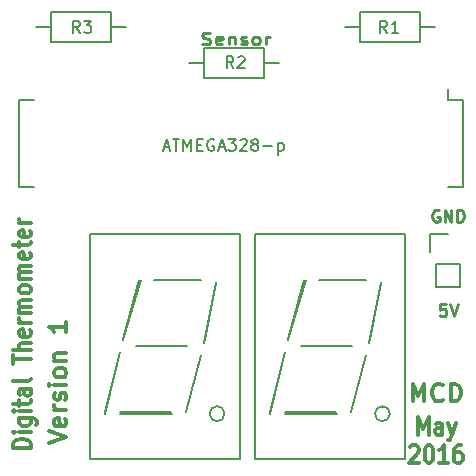
<source format=gbr>
G04 #@! TF.FileFunction,Legend,Top*
%FSLAX46Y46*%
G04 Gerber Fmt 4.6, Leading zero omitted, Abs format (unit mm)*
G04 Created by KiCad (PCBNEW 4.0.2-stable) date 2016-05-12 12:07:21 AM*
%MOMM*%
G01*
G04 APERTURE LIST*
%ADD10C,0.100000*%
%ADD11C,0.250000*%
%ADD12C,0.300000*%
%ADD13C,0.150000*%
G04 APERTURE END LIST*
D10*
D11*
X164809524Y-119452381D02*
X164333333Y-119452381D01*
X164285714Y-119928571D01*
X164333333Y-119880952D01*
X164428571Y-119833333D01*
X164666667Y-119833333D01*
X164761905Y-119880952D01*
X164809524Y-119928571D01*
X164857143Y-120023810D01*
X164857143Y-120261905D01*
X164809524Y-120357143D01*
X164761905Y-120404762D01*
X164666667Y-120452381D01*
X164428571Y-120452381D01*
X164333333Y-120404762D01*
X164285714Y-120357143D01*
X165142857Y-119452381D02*
X165476190Y-120452381D01*
X165809524Y-119452381D01*
X164238096Y-111500000D02*
X164142858Y-111452381D01*
X164000001Y-111452381D01*
X163857143Y-111500000D01*
X163761905Y-111595238D01*
X163714286Y-111690476D01*
X163666667Y-111880952D01*
X163666667Y-112023810D01*
X163714286Y-112214286D01*
X163761905Y-112309524D01*
X163857143Y-112404762D01*
X164000001Y-112452381D01*
X164095239Y-112452381D01*
X164238096Y-112404762D01*
X164285715Y-112357143D01*
X164285715Y-112023810D01*
X164095239Y-112023810D01*
X164714286Y-112452381D02*
X164714286Y-111452381D01*
X165285715Y-112452381D01*
X165285715Y-111452381D01*
X165761905Y-112452381D02*
X165761905Y-111452381D01*
X166000000Y-111452381D01*
X166142858Y-111500000D01*
X166238096Y-111595238D01*
X166285715Y-111690476D01*
X166333334Y-111880952D01*
X166333334Y-112023810D01*
X166285715Y-112214286D01*
X166238096Y-112309524D01*
X166142858Y-112404762D01*
X166000000Y-112452381D01*
X165761905Y-112452381D01*
D12*
X162483334Y-130478571D02*
X162483334Y-128978571D01*
X162916667Y-130050000D01*
X163350000Y-128978571D01*
X163350000Y-130478571D01*
X164526191Y-130478571D02*
X164526191Y-129692857D01*
X164464286Y-129550000D01*
X164340476Y-129478571D01*
X164092857Y-129478571D01*
X163969048Y-129550000D01*
X164526191Y-130407143D02*
X164402381Y-130478571D01*
X164092857Y-130478571D01*
X163969048Y-130407143D01*
X163907143Y-130264286D01*
X163907143Y-130121429D01*
X163969048Y-129978571D01*
X164092857Y-129907143D01*
X164402381Y-129907143D01*
X164526191Y-129835714D01*
X165021428Y-129478571D02*
X165330952Y-130478571D01*
X165640476Y-129478571D02*
X165330952Y-130478571D01*
X165207143Y-130835714D01*
X165145238Y-130907143D01*
X165021428Y-130978571D01*
X161771429Y-131521429D02*
X161833334Y-131450000D01*
X161957143Y-131378571D01*
X162266667Y-131378571D01*
X162390477Y-131450000D01*
X162452381Y-131521429D01*
X162514286Y-131664286D01*
X162514286Y-131807143D01*
X162452381Y-132021429D01*
X161709524Y-132878571D01*
X162514286Y-132878571D01*
X163319048Y-131378571D02*
X163442857Y-131378571D01*
X163566667Y-131450000D01*
X163628572Y-131521429D01*
X163690476Y-131664286D01*
X163752381Y-131950000D01*
X163752381Y-132307143D01*
X163690476Y-132592857D01*
X163628572Y-132735714D01*
X163566667Y-132807143D01*
X163442857Y-132878571D01*
X163319048Y-132878571D01*
X163195238Y-132807143D01*
X163133334Y-132735714D01*
X163071429Y-132592857D01*
X163009524Y-132307143D01*
X163009524Y-131950000D01*
X163071429Y-131664286D01*
X163133334Y-131521429D01*
X163195238Y-131450000D01*
X163319048Y-131378571D01*
X164990476Y-132878571D02*
X164247619Y-132878571D01*
X164619048Y-132878571D02*
X164619048Y-131378571D01*
X164495238Y-131592857D01*
X164371429Y-131735714D01*
X164247619Y-131807143D01*
X166104762Y-131378571D02*
X165857143Y-131378571D01*
X165733333Y-131450000D01*
X165671428Y-131521429D01*
X165547619Y-131735714D01*
X165485714Y-132021429D01*
X165485714Y-132592857D01*
X165547619Y-132735714D01*
X165609524Y-132807143D01*
X165733333Y-132878571D01*
X165980952Y-132878571D01*
X166104762Y-132807143D01*
X166166666Y-132735714D01*
X166228571Y-132592857D01*
X166228571Y-132235714D01*
X166166666Y-132092857D01*
X166104762Y-132021429D01*
X165980952Y-131950000D01*
X165733333Y-131950000D01*
X165609524Y-132021429D01*
X165547619Y-132092857D01*
X165485714Y-132235714D01*
X162000000Y-127678571D02*
X162000000Y-126178571D01*
X162500000Y-127250000D01*
X163000000Y-126178571D01*
X163000000Y-127678571D01*
X164571429Y-127535714D02*
X164500000Y-127607143D01*
X164285714Y-127678571D01*
X164142857Y-127678571D01*
X163928572Y-127607143D01*
X163785714Y-127464286D01*
X163714286Y-127321429D01*
X163642857Y-127035714D01*
X163642857Y-126821429D01*
X163714286Y-126535714D01*
X163785714Y-126392857D01*
X163928572Y-126250000D01*
X164142857Y-126178571D01*
X164285714Y-126178571D01*
X164500000Y-126250000D01*
X164571429Y-126321429D01*
X165214286Y-127678571D02*
X165214286Y-126178571D01*
X165571429Y-126178571D01*
X165785714Y-126250000D01*
X165928572Y-126392857D01*
X166000000Y-126535714D01*
X166071429Y-126821429D01*
X166071429Y-127035714D01*
X166000000Y-127321429D01*
X165928572Y-127464286D01*
X165785714Y-127607143D01*
X165571429Y-127678571D01*
X165214286Y-127678571D01*
X131178571Y-131214285D02*
X132678571Y-130714285D01*
X131178571Y-130214285D01*
X132607143Y-129142857D02*
X132678571Y-129285714D01*
X132678571Y-129571428D01*
X132607143Y-129714285D01*
X132464286Y-129785714D01*
X131892857Y-129785714D01*
X131750000Y-129714285D01*
X131678571Y-129571428D01*
X131678571Y-129285714D01*
X131750000Y-129142857D01*
X131892857Y-129071428D01*
X132035714Y-129071428D01*
X132178571Y-129785714D01*
X132678571Y-128428571D02*
X131678571Y-128428571D01*
X131964286Y-128428571D02*
X131821429Y-128357143D01*
X131750000Y-128285714D01*
X131678571Y-128142857D01*
X131678571Y-128000000D01*
X132607143Y-127571429D02*
X132678571Y-127428572D01*
X132678571Y-127142857D01*
X132607143Y-127000000D01*
X132464286Y-126928572D01*
X132392857Y-126928572D01*
X132250000Y-127000000D01*
X132178571Y-127142857D01*
X132178571Y-127357143D01*
X132107143Y-127500000D01*
X131964286Y-127571429D01*
X131892857Y-127571429D01*
X131750000Y-127500000D01*
X131678571Y-127357143D01*
X131678571Y-127142857D01*
X131750000Y-127000000D01*
X132678571Y-126285714D02*
X131678571Y-126285714D01*
X131178571Y-126285714D02*
X131250000Y-126357143D01*
X131321429Y-126285714D01*
X131250000Y-126214286D01*
X131178571Y-126285714D01*
X131321429Y-126285714D01*
X132678571Y-125357142D02*
X132607143Y-125500000D01*
X132535714Y-125571428D01*
X132392857Y-125642857D01*
X131964286Y-125642857D01*
X131821429Y-125571428D01*
X131750000Y-125500000D01*
X131678571Y-125357142D01*
X131678571Y-125142857D01*
X131750000Y-125000000D01*
X131821429Y-124928571D01*
X131964286Y-124857142D01*
X132392857Y-124857142D01*
X132535714Y-124928571D01*
X132607143Y-125000000D01*
X132678571Y-125142857D01*
X132678571Y-125357142D01*
X131678571Y-124214285D02*
X132678571Y-124214285D01*
X131821429Y-124214285D02*
X131750000Y-124142857D01*
X131678571Y-123999999D01*
X131678571Y-123785714D01*
X131750000Y-123642857D01*
X131892857Y-123571428D01*
X132678571Y-123571428D01*
X132678571Y-120928571D02*
X132678571Y-121785714D01*
X132678571Y-121357142D02*
X131178571Y-121357142D01*
X131392857Y-121499999D01*
X131535714Y-121642857D01*
X131607143Y-121785714D01*
X129678571Y-131595237D02*
X128178571Y-131595237D01*
X128178571Y-131285713D01*
X128250000Y-131099999D01*
X128392857Y-130976190D01*
X128535714Y-130914285D01*
X128821429Y-130852380D01*
X129035714Y-130852380D01*
X129321429Y-130914285D01*
X129464286Y-130976190D01*
X129607143Y-131099999D01*
X129678571Y-131285713D01*
X129678571Y-131595237D01*
X129678571Y-130295237D02*
X128678571Y-130295237D01*
X128178571Y-130295237D02*
X128250000Y-130357142D01*
X128321429Y-130295237D01*
X128250000Y-130233332D01*
X128178571Y-130295237D01*
X128321429Y-130295237D01*
X128678571Y-129119046D02*
X129892857Y-129119046D01*
X130035714Y-129180951D01*
X130107143Y-129242856D01*
X130178571Y-129366665D01*
X130178571Y-129552380D01*
X130107143Y-129676189D01*
X129607143Y-129119046D02*
X129678571Y-129242856D01*
X129678571Y-129490475D01*
X129607143Y-129614284D01*
X129535714Y-129676189D01*
X129392857Y-129738094D01*
X128964286Y-129738094D01*
X128821429Y-129676189D01*
X128750000Y-129614284D01*
X128678571Y-129490475D01*
X128678571Y-129242856D01*
X128750000Y-129119046D01*
X129678571Y-128499999D02*
X128678571Y-128499999D01*
X128178571Y-128499999D02*
X128250000Y-128561904D01*
X128321429Y-128499999D01*
X128250000Y-128438094D01*
X128178571Y-128499999D01*
X128321429Y-128499999D01*
X128678571Y-128066665D02*
X128678571Y-127571427D01*
X128178571Y-127880951D02*
X129464286Y-127880951D01*
X129607143Y-127819046D01*
X129678571Y-127695237D01*
X129678571Y-127571427D01*
X129678571Y-126580951D02*
X128892857Y-126580951D01*
X128750000Y-126642856D01*
X128678571Y-126766666D01*
X128678571Y-127014285D01*
X128750000Y-127138094D01*
X129607143Y-126580951D02*
X129678571Y-126704761D01*
X129678571Y-127014285D01*
X129607143Y-127138094D01*
X129464286Y-127199999D01*
X129321429Y-127199999D01*
X129178571Y-127138094D01*
X129107143Y-127014285D01*
X129107143Y-126704761D01*
X129035714Y-126580951D01*
X129678571Y-125776190D02*
X129607143Y-125899999D01*
X129464286Y-125961904D01*
X128178571Y-125961904D01*
X128178571Y-124476190D02*
X128178571Y-123733333D01*
X129678571Y-124104762D02*
X128178571Y-124104762D01*
X129678571Y-123300000D02*
X128178571Y-123300000D01*
X129678571Y-122742857D02*
X128892857Y-122742857D01*
X128750000Y-122804762D01*
X128678571Y-122928572D01*
X128678571Y-123114286D01*
X128750000Y-123238095D01*
X128821429Y-123300000D01*
X129607143Y-121628572D02*
X129678571Y-121752382D01*
X129678571Y-122000001D01*
X129607143Y-122123810D01*
X129464286Y-122185715D01*
X128892857Y-122185715D01*
X128750000Y-122123810D01*
X128678571Y-122000001D01*
X128678571Y-121752382D01*
X128750000Y-121628572D01*
X128892857Y-121566667D01*
X129035714Y-121566667D01*
X129178571Y-122185715D01*
X129678571Y-121009524D02*
X128678571Y-121009524D01*
X128964286Y-121009524D02*
X128821429Y-120947619D01*
X128750000Y-120885715D01*
X128678571Y-120761905D01*
X128678571Y-120638096D01*
X129678571Y-120204762D02*
X128678571Y-120204762D01*
X128821429Y-120204762D02*
X128750000Y-120142857D01*
X128678571Y-120019048D01*
X128678571Y-119833334D01*
X128750000Y-119709524D01*
X128892857Y-119647619D01*
X129678571Y-119647619D01*
X128892857Y-119647619D02*
X128750000Y-119585715D01*
X128678571Y-119461905D01*
X128678571Y-119276191D01*
X128750000Y-119152381D01*
X128892857Y-119090476D01*
X129678571Y-119090476D01*
X129678571Y-118285715D02*
X129607143Y-118409524D01*
X129535714Y-118471429D01*
X129392857Y-118533334D01*
X128964286Y-118533334D01*
X128821429Y-118471429D01*
X128750000Y-118409524D01*
X128678571Y-118285715D01*
X128678571Y-118100001D01*
X128750000Y-117976191D01*
X128821429Y-117914286D01*
X128964286Y-117852382D01*
X129392857Y-117852382D01*
X129535714Y-117914286D01*
X129607143Y-117976191D01*
X129678571Y-118100001D01*
X129678571Y-118285715D01*
X129678571Y-117295239D02*
X128678571Y-117295239D01*
X128821429Y-117295239D02*
X128750000Y-117233334D01*
X128678571Y-117109525D01*
X128678571Y-116923811D01*
X128750000Y-116800001D01*
X128892857Y-116738096D01*
X129678571Y-116738096D01*
X128892857Y-116738096D02*
X128750000Y-116676192D01*
X128678571Y-116552382D01*
X128678571Y-116366668D01*
X128750000Y-116242858D01*
X128892857Y-116180953D01*
X129678571Y-116180953D01*
X129607143Y-115066668D02*
X129678571Y-115190478D01*
X129678571Y-115438097D01*
X129607143Y-115561906D01*
X129464286Y-115623811D01*
X128892857Y-115623811D01*
X128750000Y-115561906D01*
X128678571Y-115438097D01*
X128678571Y-115190478D01*
X128750000Y-115066668D01*
X128892857Y-115004763D01*
X129035714Y-115004763D01*
X129178571Y-115623811D01*
X128678571Y-114633334D02*
X128678571Y-114138096D01*
X128178571Y-114447620D02*
X129464286Y-114447620D01*
X129607143Y-114385715D01*
X129678571Y-114261906D01*
X129678571Y-114138096D01*
X129607143Y-113209525D02*
X129678571Y-113333335D01*
X129678571Y-113580954D01*
X129607143Y-113704763D01*
X129464286Y-113766668D01*
X128892857Y-113766668D01*
X128750000Y-113704763D01*
X128678571Y-113580954D01*
X128678571Y-113333335D01*
X128750000Y-113209525D01*
X128892857Y-113147620D01*
X129035714Y-113147620D01*
X129178571Y-113766668D01*
X129678571Y-112590477D02*
X128678571Y-112590477D01*
X128964286Y-112590477D02*
X128821429Y-112528572D01*
X128750000Y-112466668D01*
X128678571Y-112342858D01*
X128678571Y-112219049D01*
D11*
X144200000Y-97404762D02*
X144371429Y-97452381D01*
X144657143Y-97452381D01*
X144771429Y-97404762D01*
X144828572Y-97357143D01*
X144885715Y-97261905D01*
X144885715Y-97166667D01*
X144828572Y-97071429D01*
X144771429Y-97023810D01*
X144657143Y-96976190D01*
X144428572Y-96928571D01*
X144314286Y-96880952D01*
X144257143Y-96833333D01*
X144200000Y-96738095D01*
X144200000Y-96642857D01*
X144257143Y-96547619D01*
X144314286Y-96500000D01*
X144428572Y-96452381D01*
X144714286Y-96452381D01*
X144885715Y-96500000D01*
X145857143Y-97404762D02*
X145742857Y-97452381D01*
X145514286Y-97452381D01*
X145400000Y-97404762D01*
X145342857Y-97309524D01*
X145342857Y-96928571D01*
X145400000Y-96833333D01*
X145514286Y-96785714D01*
X145742857Y-96785714D01*
X145857143Y-96833333D01*
X145914286Y-96928571D01*
X145914286Y-97023810D01*
X145342857Y-97119048D01*
X146428571Y-96785714D02*
X146428571Y-97452381D01*
X146428571Y-96880952D02*
X146485714Y-96833333D01*
X146600000Y-96785714D01*
X146771428Y-96785714D01*
X146885714Y-96833333D01*
X146942857Y-96928571D01*
X146942857Y-97452381D01*
X147457142Y-97404762D02*
X147571428Y-97452381D01*
X147800000Y-97452381D01*
X147914285Y-97404762D01*
X147971428Y-97309524D01*
X147971428Y-97261905D01*
X147914285Y-97166667D01*
X147800000Y-97119048D01*
X147628571Y-97119048D01*
X147514285Y-97071429D01*
X147457142Y-96976190D01*
X147457142Y-96928571D01*
X147514285Y-96833333D01*
X147628571Y-96785714D01*
X147800000Y-96785714D01*
X147914285Y-96833333D01*
X148657143Y-97452381D02*
X148542857Y-97404762D01*
X148485714Y-97357143D01*
X148428571Y-97261905D01*
X148428571Y-96976190D01*
X148485714Y-96880952D01*
X148542857Y-96833333D01*
X148657143Y-96785714D01*
X148828571Y-96785714D01*
X148942857Y-96833333D01*
X149000000Y-96880952D01*
X149057143Y-96976190D01*
X149057143Y-97261905D01*
X149000000Y-97357143D01*
X148942857Y-97404762D01*
X148828571Y-97452381D01*
X148657143Y-97452381D01*
X149571428Y-97452381D02*
X149571428Y-96785714D01*
X149571428Y-96976190D02*
X149628571Y-96880952D01*
X149685714Y-96833333D01*
X149800000Y-96785714D01*
X149914285Y-96785714D01*
D13*
X164000000Y-116000000D02*
X166000000Y-116000000D01*
X166000000Y-116000000D02*
X166000000Y-118000000D01*
X166000000Y-118000000D02*
X164000000Y-118000000D01*
X164000000Y-118000000D02*
X164000000Y-116000000D01*
X163500000Y-115000000D02*
X163500000Y-113500000D01*
X163500000Y-113500000D02*
X165000000Y-113500000D01*
X158048000Y-123762000D02*
X156778000Y-128588000D01*
X151190000Y-128588000D02*
X155508000Y-128588000D01*
X151190000Y-123508000D02*
X149920000Y-128588000D01*
X152968000Y-117412000D02*
X151444000Y-122492000D01*
X154238000Y-117412000D02*
X158048000Y-117412000D01*
X152714000Y-123000000D02*
X156778000Y-123000000D01*
X159318000Y-117666000D02*
X158302000Y-122746000D01*
X160080000Y-128715000D02*
G75*
G03X160080000Y-128715000I-635000J0D01*
G01*
X151190000Y-128715000D02*
X155635000Y-128715000D01*
X149920000Y-113475000D02*
X148650000Y-113475000D01*
X148650000Y-113475000D02*
X148650000Y-132525000D01*
X148650000Y-132525000D02*
X149920000Y-132525000D01*
X160080000Y-132525000D02*
X161350000Y-132525000D01*
X161350000Y-132525000D02*
X161350000Y-113475000D01*
X161350000Y-113475000D02*
X160080000Y-113475000D01*
X149920000Y-132525000D02*
X160080000Y-132525000D01*
X160080000Y-113475000D02*
X149920000Y-113475000D01*
X152587000Y-123000000D02*
X156905000Y-123000000D01*
X158429000Y-122492000D02*
X159318000Y-117539000D01*
X154111000Y-117412000D02*
X158048000Y-117412000D01*
X151444000Y-122365000D02*
X152841000Y-117412000D01*
X151190000Y-123508000D02*
X149920000Y-128715000D01*
X144048000Y-123762000D02*
X142778000Y-128588000D01*
X137190000Y-128588000D02*
X141508000Y-128588000D01*
X137190000Y-123508000D02*
X135920000Y-128588000D01*
X138968000Y-117412000D02*
X137444000Y-122492000D01*
X140238000Y-117412000D02*
X144048000Y-117412000D01*
X138714000Y-123000000D02*
X142778000Y-123000000D01*
X145318000Y-117666000D02*
X144302000Y-122746000D01*
X146080000Y-128715000D02*
G75*
G03X146080000Y-128715000I-635000J0D01*
G01*
X137190000Y-128715000D02*
X141635000Y-128715000D01*
X135920000Y-113475000D02*
X134650000Y-113475000D01*
X134650000Y-113475000D02*
X134650000Y-132525000D01*
X134650000Y-132525000D02*
X135920000Y-132525000D01*
X146080000Y-132525000D02*
X147350000Y-132525000D01*
X147350000Y-132525000D02*
X147350000Y-113475000D01*
X147350000Y-113475000D02*
X146080000Y-113475000D01*
X135920000Y-132525000D02*
X146080000Y-132525000D01*
X146080000Y-113475000D02*
X135920000Y-113475000D01*
X138587000Y-123000000D02*
X142905000Y-123000000D01*
X144429000Y-122492000D02*
X145318000Y-117539000D01*
X140111000Y-117412000D02*
X144048000Y-117412000D01*
X137444000Y-122365000D02*
X138841000Y-117412000D01*
X137190000Y-123508000D02*
X135920000Y-128715000D01*
X166295000Y-102135000D02*
X165025000Y-102135000D01*
X166295000Y-109485000D02*
X165025000Y-109485000D01*
X128685000Y-109485000D02*
X129955000Y-109485000D01*
X128685000Y-102135000D02*
X129955000Y-102135000D01*
X166295000Y-102135000D02*
X166295000Y-109485000D01*
X128685000Y-102135000D02*
X128685000Y-109485000D01*
X165025000Y-102135000D02*
X165025000Y-101200000D01*
X157540000Y-94730000D02*
X162620000Y-94730000D01*
X162620000Y-94730000D02*
X162620000Y-97270000D01*
X162620000Y-97270000D02*
X157540000Y-97270000D01*
X157540000Y-97270000D02*
X157540000Y-94730000D01*
X157540000Y-96000000D02*
X156270000Y-96000000D01*
X162620000Y-96000000D02*
X163890000Y-96000000D01*
X149460000Y-100270000D02*
X144380000Y-100270000D01*
X144380000Y-100270000D02*
X144380000Y-97730000D01*
X144380000Y-97730000D02*
X149460000Y-97730000D01*
X149460000Y-97730000D02*
X149460000Y-100270000D01*
X149460000Y-99000000D02*
X150730000Y-99000000D01*
X144380000Y-99000000D02*
X143110000Y-99000000D01*
X136460000Y-97270000D02*
X131380000Y-97270000D01*
X131380000Y-97270000D02*
X131380000Y-94730000D01*
X131380000Y-94730000D02*
X136460000Y-94730000D01*
X136460000Y-94730000D02*
X136460000Y-97270000D01*
X136460000Y-96000000D02*
X137730000Y-96000000D01*
X131380000Y-96000000D02*
X130110000Y-96000000D01*
X140928571Y-106166667D02*
X141404762Y-106166667D01*
X140833333Y-106452381D02*
X141166666Y-105452381D01*
X141500000Y-106452381D01*
X141690476Y-105452381D02*
X142261905Y-105452381D01*
X141976190Y-106452381D02*
X141976190Y-105452381D01*
X142595238Y-106452381D02*
X142595238Y-105452381D01*
X142928572Y-106166667D01*
X143261905Y-105452381D01*
X143261905Y-106452381D01*
X143738095Y-105928571D02*
X144071429Y-105928571D01*
X144214286Y-106452381D02*
X143738095Y-106452381D01*
X143738095Y-105452381D01*
X144214286Y-105452381D01*
X145166667Y-105500000D02*
X145071429Y-105452381D01*
X144928572Y-105452381D01*
X144785714Y-105500000D01*
X144690476Y-105595238D01*
X144642857Y-105690476D01*
X144595238Y-105880952D01*
X144595238Y-106023810D01*
X144642857Y-106214286D01*
X144690476Y-106309524D01*
X144785714Y-106404762D01*
X144928572Y-106452381D01*
X145023810Y-106452381D01*
X145166667Y-106404762D01*
X145214286Y-106357143D01*
X145214286Y-106023810D01*
X145023810Y-106023810D01*
X145595238Y-106166667D02*
X146071429Y-106166667D01*
X145500000Y-106452381D02*
X145833333Y-105452381D01*
X146166667Y-106452381D01*
X146404762Y-105452381D02*
X147023810Y-105452381D01*
X146690476Y-105833333D01*
X146833334Y-105833333D01*
X146928572Y-105880952D01*
X146976191Y-105928571D01*
X147023810Y-106023810D01*
X147023810Y-106261905D01*
X146976191Y-106357143D01*
X146928572Y-106404762D01*
X146833334Y-106452381D01*
X146547619Y-106452381D01*
X146452381Y-106404762D01*
X146404762Y-106357143D01*
X147404762Y-105547619D02*
X147452381Y-105500000D01*
X147547619Y-105452381D01*
X147785715Y-105452381D01*
X147880953Y-105500000D01*
X147928572Y-105547619D01*
X147976191Y-105642857D01*
X147976191Y-105738095D01*
X147928572Y-105880952D01*
X147357143Y-106452381D01*
X147976191Y-106452381D01*
X148547619Y-105880952D02*
X148452381Y-105833333D01*
X148404762Y-105785714D01*
X148357143Y-105690476D01*
X148357143Y-105642857D01*
X148404762Y-105547619D01*
X148452381Y-105500000D01*
X148547619Y-105452381D01*
X148738096Y-105452381D01*
X148833334Y-105500000D01*
X148880953Y-105547619D01*
X148928572Y-105642857D01*
X148928572Y-105690476D01*
X148880953Y-105785714D01*
X148833334Y-105833333D01*
X148738096Y-105880952D01*
X148547619Y-105880952D01*
X148452381Y-105928571D01*
X148404762Y-105976190D01*
X148357143Y-106071429D01*
X148357143Y-106261905D01*
X148404762Y-106357143D01*
X148452381Y-106404762D01*
X148547619Y-106452381D01*
X148738096Y-106452381D01*
X148833334Y-106404762D01*
X148880953Y-106357143D01*
X148928572Y-106261905D01*
X148928572Y-106071429D01*
X148880953Y-105976190D01*
X148833334Y-105928571D01*
X148738096Y-105880952D01*
X149357143Y-106071429D02*
X150119048Y-106071429D01*
X150595238Y-105785714D02*
X150595238Y-106785714D01*
X150595238Y-105833333D02*
X150690476Y-105785714D01*
X150880953Y-105785714D01*
X150976191Y-105833333D01*
X151023810Y-105880952D01*
X151071429Y-105976190D01*
X151071429Y-106261905D01*
X151023810Y-106357143D01*
X150976191Y-106404762D01*
X150880953Y-106452381D01*
X150690476Y-106452381D01*
X150595238Y-106404762D01*
X159833334Y-96452381D02*
X159500000Y-95976190D01*
X159261905Y-96452381D02*
X159261905Y-95452381D01*
X159642858Y-95452381D01*
X159738096Y-95500000D01*
X159785715Y-95547619D01*
X159833334Y-95642857D01*
X159833334Y-95785714D01*
X159785715Y-95880952D01*
X159738096Y-95928571D01*
X159642858Y-95976190D01*
X159261905Y-95976190D01*
X160785715Y-96452381D02*
X160214286Y-96452381D01*
X160500000Y-96452381D02*
X160500000Y-95452381D01*
X160404762Y-95595238D01*
X160309524Y-95690476D01*
X160214286Y-95738095D01*
X146833334Y-99452381D02*
X146500000Y-98976190D01*
X146261905Y-99452381D02*
X146261905Y-98452381D01*
X146642858Y-98452381D01*
X146738096Y-98500000D01*
X146785715Y-98547619D01*
X146833334Y-98642857D01*
X146833334Y-98785714D01*
X146785715Y-98880952D01*
X146738096Y-98928571D01*
X146642858Y-98976190D01*
X146261905Y-98976190D01*
X147214286Y-98547619D02*
X147261905Y-98500000D01*
X147357143Y-98452381D01*
X147595239Y-98452381D01*
X147690477Y-98500000D01*
X147738096Y-98547619D01*
X147785715Y-98642857D01*
X147785715Y-98738095D01*
X147738096Y-98880952D01*
X147166667Y-99452381D01*
X147785715Y-99452381D01*
X133833334Y-96452381D02*
X133500000Y-95976190D01*
X133261905Y-96452381D02*
X133261905Y-95452381D01*
X133642858Y-95452381D01*
X133738096Y-95500000D01*
X133785715Y-95547619D01*
X133833334Y-95642857D01*
X133833334Y-95785714D01*
X133785715Y-95880952D01*
X133738096Y-95928571D01*
X133642858Y-95976190D01*
X133261905Y-95976190D01*
X134166667Y-95452381D02*
X134785715Y-95452381D01*
X134452381Y-95833333D01*
X134595239Y-95833333D01*
X134690477Y-95880952D01*
X134738096Y-95928571D01*
X134785715Y-96023810D01*
X134785715Y-96261905D01*
X134738096Y-96357143D01*
X134690477Y-96404762D01*
X134595239Y-96452381D01*
X134309524Y-96452381D01*
X134214286Y-96404762D01*
X134166667Y-96357143D01*
M02*

</source>
